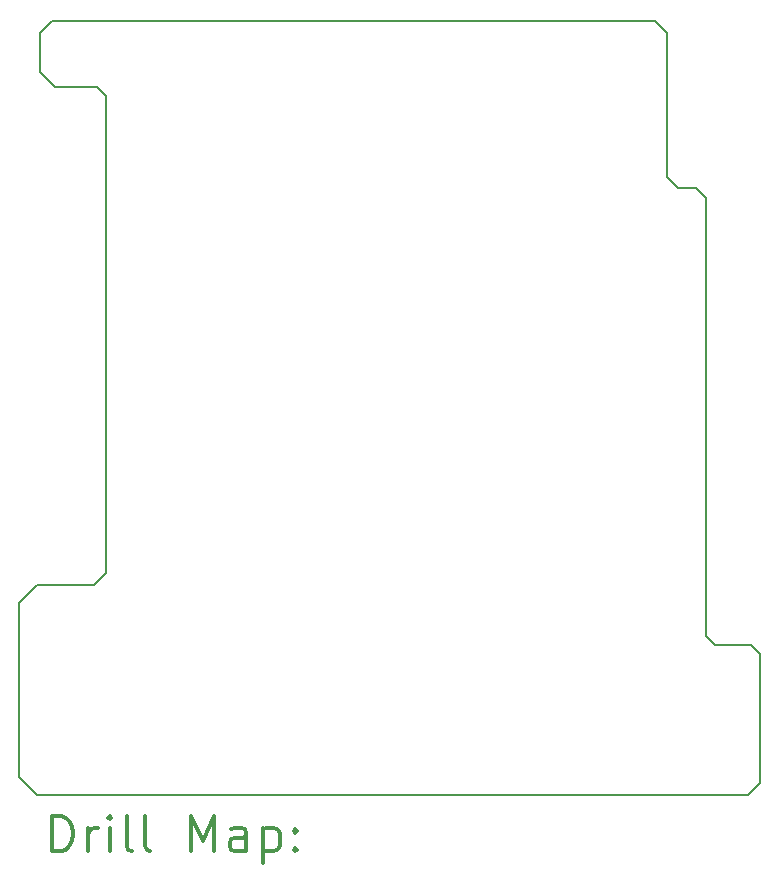
<source format=gbr>
%FSLAX45Y45*%
G04 Gerber Fmt 4.5, Leading zero omitted, Abs format (unit mm)*
G04 Created by KiCad (PCBNEW (5.0.1)-3) date 12/04/2019 12:39:02*
%MOMM*%
%LPD*%
G01*
G04 APERTURE LIST*
%ADD10C,0.150000*%
%ADD11C,0.200000*%
%ADD12C,0.300000*%
G04 APERTURE END LIST*
D10*
X17983200Y-8801100D02*
X17983200Y-12509500D01*
X17894300Y-8712200D02*
X17983200Y-8801100D01*
X17741900Y-8712200D02*
X17894300Y-8712200D01*
X17653000Y-8623300D02*
X17741900Y-8712200D01*
X17653000Y-7404100D02*
X17653000Y-8623300D01*
X12801600Y-12077700D02*
X12319000Y-12077700D01*
X12903200Y-11976100D02*
X12801600Y-12077700D01*
X12903200Y-7937500D02*
X12903200Y-11976100D01*
X12827000Y-7861300D02*
X12903200Y-7937500D01*
X12344400Y-7734300D02*
X12344400Y-7404100D01*
X12471400Y-7861300D02*
X12344400Y-7734300D01*
X12827000Y-7861300D02*
X12471400Y-7861300D01*
X18059400Y-12585700D02*
X17983200Y-12509500D01*
X18364200Y-12585700D02*
X18059400Y-12585700D01*
X18338800Y-13855700D02*
X17576800Y-13855700D01*
X18440400Y-13754100D02*
X18338800Y-13855700D01*
X18440400Y-12661900D02*
X18440400Y-13754100D01*
X18364200Y-12585700D02*
X18440400Y-12661900D01*
X17551400Y-7302500D02*
X17653000Y-7404100D01*
X17576800Y-13855700D02*
X12319000Y-13855700D01*
X12319000Y-13855700D02*
X12166600Y-13703300D01*
X12446000Y-7302500D02*
X17551400Y-7302500D01*
X12344400Y-7404100D02*
X12446000Y-7302500D01*
X12166600Y-13703300D02*
X12166600Y-12230100D01*
X12166600Y-12230100D02*
X12319000Y-12077700D01*
D11*
D12*
X12445528Y-14328914D02*
X12445528Y-14028914D01*
X12516957Y-14028914D01*
X12559814Y-14043200D01*
X12588386Y-14071771D01*
X12602671Y-14100343D01*
X12616957Y-14157486D01*
X12616957Y-14200343D01*
X12602671Y-14257486D01*
X12588386Y-14286057D01*
X12559814Y-14314629D01*
X12516957Y-14328914D01*
X12445528Y-14328914D01*
X12745528Y-14328914D02*
X12745528Y-14128914D01*
X12745528Y-14186057D02*
X12759814Y-14157486D01*
X12774100Y-14143200D01*
X12802671Y-14128914D01*
X12831243Y-14128914D01*
X12931243Y-14328914D02*
X12931243Y-14128914D01*
X12931243Y-14028914D02*
X12916957Y-14043200D01*
X12931243Y-14057486D01*
X12945528Y-14043200D01*
X12931243Y-14028914D01*
X12931243Y-14057486D01*
X13116957Y-14328914D02*
X13088386Y-14314629D01*
X13074100Y-14286057D01*
X13074100Y-14028914D01*
X13274100Y-14328914D02*
X13245528Y-14314629D01*
X13231243Y-14286057D01*
X13231243Y-14028914D01*
X13616957Y-14328914D02*
X13616957Y-14028914D01*
X13716957Y-14243200D01*
X13816957Y-14028914D01*
X13816957Y-14328914D01*
X14088386Y-14328914D02*
X14088386Y-14171771D01*
X14074100Y-14143200D01*
X14045528Y-14128914D01*
X13988386Y-14128914D01*
X13959814Y-14143200D01*
X14088386Y-14314629D02*
X14059814Y-14328914D01*
X13988386Y-14328914D01*
X13959814Y-14314629D01*
X13945528Y-14286057D01*
X13945528Y-14257486D01*
X13959814Y-14228914D01*
X13988386Y-14214629D01*
X14059814Y-14214629D01*
X14088386Y-14200343D01*
X14231243Y-14128914D02*
X14231243Y-14428914D01*
X14231243Y-14143200D02*
X14259814Y-14128914D01*
X14316957Y-14128914D01*
X14345528Y-14143200D01*
X14359814Y-14157486D01*
X14374100Y-14186057D01*
X14374100Y-14271771D01*
X14359814Y-14300343D01*
X14345528Y-14314629D01*
X14316957Y-14328914D01*
X14259814Y-14328914D01*
X14231243Y-14314629D01*
X14502671Y-14300343D02*
X14516957Y-14314629D01*
X14502671Y-14328914D01*
X14488386Y-14314629D01*
X14502671Y-14300343D01*
X14502671Y-14328914D01*
X14502671Y-14143200D02*
X14516957Y-14157486D01*
X14502671Y-14171771D01*
X14488386Y-14157486D01*
X14502671Y-14143200D01*
X14502671Y-14171771D01*
M02*

</source>
